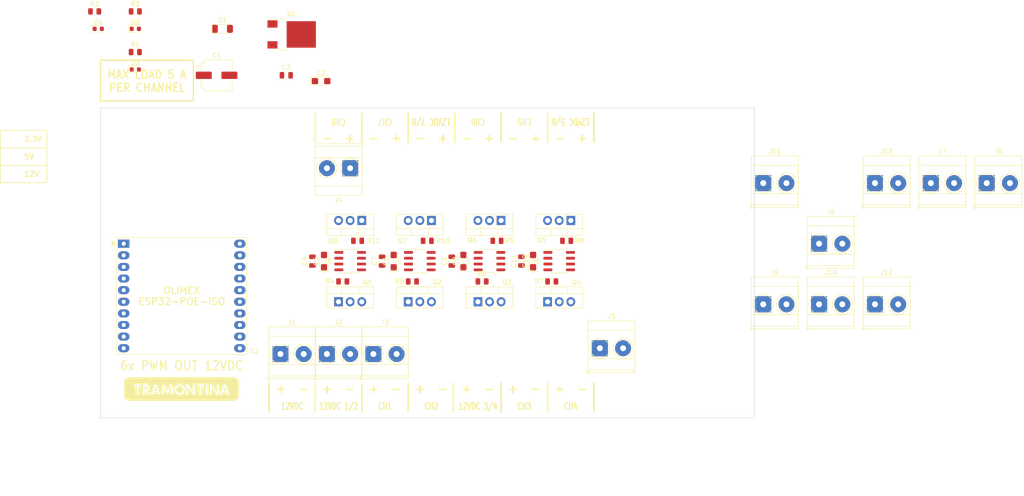
<source format=kicad_pcb>
(kicad_pcb (version 20211014) (generator pcbnew)
  (title_block (title "ESP 6 Relay Module"))
  (layers (0 "F.Cu" signal) (31 "B.Cu" signal) (34 "B.Paste" user) (35 "F.Paste" user) (36 "B.SilkS" user "B.Silkscreen") (37 "F.SilkS" user "F.Silkscreen") (38 "B.Mask" user) (39 "F.Mask" user) (44 "Edge.Cuts" user))
  (net 0 "")
  (net 1 "+12VA")
  (net 2 "GNDREF")
  (net 3 "+5V")
  (net 4 "+12V")
  (net 5 "Net-(D2-Pad2)")
  (net 6 "Net-(D3-Pad2)")
  (net 7 "Net-(D4-Pad2)")
  (net 8 "+VA")
  (net 9 "+VB")
  (net 10 "+VC")
  (net 11 "Net-(Q1-Pad2)")
  (net 12 "Net-(Q1-Pad1)")
  (net 13 "Net-(Q2-Pad1)")
  (net 14 "Net-(Q3-Pad1)")
  (net 15 "Net-(Q4-Pad1)")
  (net 16 "+3V3")
  (net 17 "Net-(Q8-Pad2)")
  (net 20 "Net-(R8-Pad2)")
  (net 21 "Net-(R9-Pad2)")
  (net 25 "+VD")
  (net 26 "Net-(Q2-Pad2)")
  (net 28 "Net-(Q7-Pad2)")
  (net 29 "Net-(Q3-Pad2)")
  (net 37 "Net-(R6-Pad2)")
  (net 38 "Net-(R7-Pad2)")
  (net 41 "Net-(Q6-Pad2)")
  (net 42 "Net-(Q4-Pad2)")
  (net 43 "Net-(Q5-Pad2)")
  (net 44 "Net-(Q5-Pad1)")
  (net 45 "Net-(Q6-Pad1)")
  (net 46 "Net-(Q7-Pad1)")
  (net 47 "Net-(Q8-Pad1)")
  (net 48 "Net-(R10-Pad2)")
  (net 49 "Net-(R11-Pad2)")
  (net 50 "Net-(U2-Pad11)")
  (net 51 "Net-(U2-Pad12)")
  (net 52 "Net-(U2-Pad13)")
  (net 53 "Net-(U2-Pad14)")
  (net 54 "Net-(U2-Pad15)")
  (net 55 "Net-(U2-Pad16)")
  (net 58 "Net-(R4-Pad2)")
  (net 59 "Net-(R5-Pad2)")
  (net 60 "Net-(U2-Pad9)")
  (net 61 "Net-(U2-Pad10)")
  (footprint "Tales:Olimex_ESP32-POE_Pads" (layer "F.Cu") (at 69.85 93.98)
    (fp_text reference "U2" (at 28.575 23.495) (layer "F.SilkS"))
    (fp_text value "Olimex_ESP32-POE")
    (pad "1" thru_hole rect locked (at 0 0) (size 2.5 1.75) (drill 0.9) (layers *.Cu *.Mask) (net 3 "+5V"))
    (pad "2" thru_hole oval locked (at 0 2.54) (size 2.5 1.75) (drill 0.9) (layers *.Cu *.Mask) (net 16 "+3V3"))
    (pad "3" thru_hole oval locked (at 0 5.08) (size 2.5 1.75) (drill 0.9) (layers *.Cu *.Mask) (net 2 "GNDREF"))
    (pad "4" thru_hole oval locked (at 0 7.62) (size 2.5 1.75) (drill 0.9) (layers *.Cu *.Mask))
    (pad "5" thru_hole oval locked (at 0 10.16) (size 2.5 1.75) (drill 0.9) (layers *.Cu *.Mask))
    (pad "6" thru_hole oval locked (at 0 12.7) (size 2.5 1.75) (drill 0.9) (layers *.Cu *.Mask))
    (pad "7" thru_hole oval locked (at 0 15.24) (size 2.5 1.75) (drill 0.9) (layers *.Cu *.Mask))
    (pad "8" thru_hole oval locked (at 0 17.78) (size 2.5 1.75) (drill 0.9) (layers *.Cu *.Mask))
    (pad "9" thru_hole oval locked (at 0 20.32) (size 2.5 1.75) (drill 0.9) (layers *.Cu *.Mask) (net 60 "Net-(U2-Pad9)"))
    (pad "10" thru_hole oval locked (at 0 22.86) (size 2.5 1.75) (drill 0.9) (layers *.Cu *.Mask) (net 61 "Net-(U2-Pad10)"))
    (pad "11" thru_hole oval locked (at 25.4 22.86) (size 2.5 1.75) (drill 0.9) (layers *.Cu *.Mask) (net 50 "Net-(U2-Pad11)"))
    (pad "12" thru_hole oval locked (at 25.4 20.32) (size 2.5 1.75) (drill 0.9) (layers *.Cu *.Mask) (net 51 "Net-(U2-Pad12)"))
    (pad "13" thru_hole oval locked (at 25.4 17.78) (size 2.5 1.75) (drill 0.9) (layers *.Cu *.Mask) (net 52 "Net-(U2-Pad13)"))
    (pad "14" thru_hole oval locked (at 25.4 15.24) (size 2.5 1.75) (drill 0.9) (layers *.Cu *.Mask) (net 53 "Net-(U2-Pad14)"))
    (pad "15" thru_hole oval locked (at 25.4 12.7) (size 2.5 1.75) (drill 0.9) (layers *.Cu *.Mask) (net 54 "Net-(U2-Pad15)"))
    (pad "16" thru_hole oval locked (at 25.4 10.16) (size 2.5 1.75) (drill 0.9) (layers *.Cu *.Mask) (net 55 "Net-(U2-Pad16)"))
    (pad "17" thru_hole oval locked (at 25.4 7.62) (size 2.5 1.75) (drill 0.9) (layers *.Cu *.Mask))
    (pad "18" thru_hole oval locked (at 25.4 5.08) (size 2.5 1.75) (drill 0.9) (layers *.Cu *.Mask))
    (pad "19" thru_hole oval locked (at 25.4 2.54) (size 2.5 1.75) (drill 0.9) (layers *.Cu *.Mask))
    (pad "20" thru_hole oval locked (at 25.4 0) (size 2.5 1.75) (drill 0.9) (layers *.Cu *.Mask))
  )
  (footprint "Tales:Logo_Tramontina_25mm" (layer "F.Cu") (at 82.55 125.73)
    (fp_text reference "REF**" hide)
    (fp_text value "Logo_Tramontina_25mm" hide)
  )
  (footprint "Package_SO:SOIC-8_3.9x4.9mm_P1.27mm" (layer "F.Cu") (at 149.86 97.79)
    (fp_text reference "U5" (at -5.08 0) (layer "F.SilkS"))
    (fp_text value "IR4427")
    (pad "1" smd roundrect (at -2.475 -1.905) (size 1.95 0.6) (layers "F.Cu" "F.Paste" "F.Mask"))
    (pad "2" smd roundrect (at -2.475 -0.635) (size 1.95 0.6) (layers "F.Cu" "F.Paste" "F.Mask") (net 50 "Net-(U2-Pad11)"))
    (pad "3" smd roundrect (at -2.475 0.635) (size 1.95 0.6) (layers "F.Cu" "F.Paste" "F.Mask") (net 2 "GNDREF"))
    (pad "4" smd roundrect (at -2.475 1.905) (size 1.95 0.6) (layers "F.Cu" "F.Paste" "F.Mask") (net 51 "Net-(U2-Pad12)"))
    (pad "5" smd roundrect (at 2.475 1.905) (size 1.95 0.6) (layers "F.Cu" "F.Paste" "F.Mask") (net 37 "Net-(R6-Pad2)"))
    (pad "6" smd roundrect (at 2.475 0.635) (size 1.95 0.6) (layers "F.Cu" "F.Paste" "F.Mask") (net 10 "+VC"))
    (pad "7" smd roundrect (at 2.475 -0.635) (size 1.95 0.6) (layers "F.Cu" "F.Paste" "F.Mask") (net 21 "Net-(R9-Pad2)"))
    (pad "8" smd roundrect (at 2.475 -1.905) (size 1.95 0.6) (layers "F.Cu" "F.Paste" "F.Mask"))
  )
  (footprint "Tales:C_0805_2012Metric" (layer "F.Cu") (at 141.605 97.79 90)
    (fp_text reference "C9" (at 0 -1.68 90) (layer "F.SilkS"))
    (fp_text value "0,1uF/50V/0805")
    (pad "1" smd roundrect locked (at -0.95 0 90) (size 1 1.45) (layers "F.Cu" "F.Paste" "F.Mask") (net 10 "+VC"))
    (pad "2" smd roundrect locked (at 0.95 0 90) (size 1 1.45) (layers "F.Cu" "F.Paste" "F.Mask") (net 2 "GNDREF"))
  )
  (footprint "Tales:LED_0603_1608Metric" (layer "F.Cu") (at 64.2875 46.99)
    (fp_text reference "D4" (at 0 -1.43) (layer "F.SilkS"))
    (fp_text value "GREEN/0603")
    (pad "1" smd roundrect locked (at -0.7875 0) (size 0.875 0.95) (layers "F.Cu" "F.Paste" "F.Mask") (net 2 "GNDREF"))
    (pad "2" smd roundrect locked (at 0.7875 0) (size 0.875 0.95) (layers "F.Cu" "F.Paste" "F.Mask") (net 7 "Net-(D4-Pad2)"))
  )
  (footprint "Package_TO_SOT_THT:TO-220-3_Vertical" (layer "F.Cu") (at 121.92 88.9 180)
    (fp_text reference "Q8" (at 6.35 -4.445) (layer "F.SilkS"))
    (fp_text value "IRLB8721PBF")
    (pad "1" thru_hole rect (at 0 0 180) (size 1.905 2) (drill 1.1) (layers *.Cu *.Mask) (net 47 "Net-(Q8-Pad1)"))
    (pad "2" thru_hole oval (at 2.54 0 180) (size 1.905 2) (drill 1.1) (layers *.Cu *.Mask) (net 17 "Net-(Q8-Pad2)"))
    (pad "3" thru_hole oval (at 5.08 0 180) (size 1.905 2) (drill 1.1) (layers *.Cu *.Mask) (net 2 "GNDREF"))
  )
  (footprint "Tales:TerminalBlock_Phoenix_MKDS-3-2-5.08_1x02_P5.08mm_Horizontal" (layer "F.Cu") (at 173.99 116.84)
    (fp_text reference "J5" (at 2.54 -6.96) (layer "F.SilkS"))
    (fp_text value "Conn_01x02")
    (pad "1" thru_hole rect (at 0 0) (size 3.5 3.5) (drill 1.3) (layers *.Cu *.Mask) (net 9 "+VB"))
    (pad "2" thru_hole circle (at 5.08 0) (size 3.5 3.5) (drill 1.3) (layers *.Cu *.Mask) (net 2 "GNDREF"))
  )
  (footprint "Tales:R_0805_2012Metric" (layer "F.Cu") (at 72.39 43.18)
    (fp_text reference "R3" (at 0 -1.65) (layer "F.SilkS"))
    (fp_text value "270R/0,125W/0805")
    (pad "1" smd roundrect locked (at -0.9125 0) (size 1.025 1.4) (layers "F.Cu" "F.Paste" "F.Mask") (roundrect_rratio 0.243902) (net 16 "+3V3"))
    (pad "2" smd roundrect locked (at 0.9125 0) (size 1.025 1.4) (layers "F.Cu" "F.Paste" "F.Mask") (roundrect_rratio 0.243902) (net 5 "Net-(D2-Pad2)"))
  )
  (footprint "Tales:TerminalBlock_Phoenix_MKDS-3-2-5.08_1x02_P5.08mm_Horizontal" (layer "F.Cu") (at 258.6 80.73)
    (fp_text reference "J8" (at 2.54 -6.96) (layer "F.SilkS"))
    (fp_text value "Conn_01x02")
    (pad "1" thru_hole rect (at 0 0) (size 3.5 3.5) (drill 1.3) (layers *.Cu *.Mask) (net 10 "+VC"))
    (pad "2" thru_hole circle (at 5.08 0) (size 3.5 3.5) (drill 1.3) (layers *.Cu *.Mask) (net 2 "GNDREF"))
  )
  (footprint "Package_SO:SOIC-8_3.9x4.9mm_P1.27mm" (layer "F.Cu") (at 165.1 97.79)
    (fp_text reference "U6" (at -5.08 0) (layer "F.SilkS"))
    (fp_text value "IR4427")
    (pad "1" smd roundrect (at -2.475 -1.905) (size 1.95 0.6) (layers "F.Cu" "F.Paste" "F.Mask"))
    (pad "2" smd roundrect (at -2.475 -0.635) (size 1.95 0.6) (layers "F.Cu" "F.Paste" "F.Mask") (net 61 "Net-(U2-Pad10)"))
    (pad "3" smd roundrect (at -2.475 0.635) (size 1.95 0.6) (layers "F.Cu" "F.Paste" "F.Mask") (net 2 "GNDREF"))
    (pad "4" smd roundrect (at -2.475 1.905) (size 1.95 0.6) (layers "F.Cu" "F.Paste" "F.Mask") (net 60 "Net-(U2-Pad9)"))
    (pad "5" smd roundrect (at 2.475 1.905) (size 1.95 0.6) (layers "F.Cu" "F.Paste" "F.Mask") (net 38 "Net-(R7-Pad2)"))
    (pad "6" smd roundrect (at 2.475 0.635) (size 1.95 0.6) (layers "F.Cu" "F.Paste" "F.Mask") (net 25 "+VD"))
    (pad "7" smd roundrect (at 2.475 -0.635) (size 1.95 0.6) (layers "F.Cu" "F.Paste" "F.Mask") (net 20 "Net-(R8-Pad2)"))
    (pad "8" smd roundrect (at 2.475 -1.905) (size 1.95 0.6) (layers "F.Cu" "F.Paste" "F.Mask"))
  )
  (footprint "Tales:R_0805_2012Metric" (layer "F.Cu") (at 121.0075 93.345 180)
    (fp_text reference "R11" (at -3.4525 0) (layer "F.SilkS"))
    (fp_text value "0R/0,125W/0805")
    (pad "1" smd roundrect locked (at -0.9125 0 180) (size 1.025 1.4) (layers "F.Cu" "F.Paste" "F.Mask") (roundrect_rratio 0.243902) (net 47 "Net-(Q8-Pad1)"))
    (pad "2" smd roundrect locked (at 0.9125 0 180) (size 1.025 1.4) (layers "F.Cu" "F.Paste" "F.Mask") (roundrect_rratio 0.243902) (net 49 "Net-(R11-Pad2)"))
  )
  (footprint "Tales:C_0805_2012Metric" (layer "F.Cu") (at 111.125 97.79 90)
    (fp_text reference "C4" (at 0 -1.68 90) (layer "F.SilkS"))
    (fp_text value "0,1uF/50V/0805")
    (pad "1" smd roundrect locked (at -0.95 0 90) (size 1 1.45) (layers "F.Cu" "F.Paste" "F.Mask") (net 8 "+VA"))
    (pad "2" smd roundrect locked (at 0.95 0 90) (size 1 1.45) (layers "F.Cu" "F.Paste" "F.Mask") (net 2 "GNDREF"))
  )
  (footprint "Package_TO_SOT_THT:TO-220-3_Vertical" (layer "F.Cu") (at 116.84 106.68)
    (fp_text reference "Q1" (at 6.35 -4.27) (layer "F.SilkS"))
    (fp_text value "IRLB8721PBF")
    (pad "1" thru_hole rect (at 0 0) (size 1.905 2) (drill 1.1) (layers *.Cu *.Mask) (net 12 "Net-(Q1-Pad1)"))
    (pad "2" thru_hole oval (at 2.54 0) (size 1.905 2) (drill 1.1) (layers *.Cu *.Mask) (net 11 "Net-(Q1-Pad2)"))
    (pad "3" thru_hole oval (at 5.08 0) (size 1.905 2) (drill 1.1) (layers *.Cu *.Mask) (net 2 "GNDREF"))
  )
  (footprint "Tales:TO-252-2" (layer "F.Cu") (at 106.59 48.21)
    (fp_text reference "U1" (at 0 -4.5) (layer "F.SilkS"))
    (fp_text value "L78M05")
    (pad "1" smd rect locked (at -4.2 -2.28) (size 2.2 1.6) (layers "F.Cu" "F.Paste" "F.Mask") (net 1 "+12VA"))
    (pad "2" smd rect locked (at 2.1 0) (size 6.4 5.8) (layers "F.Cu" "F.Mask") (net 2 "GNDREF"))
    (pad "3" smd rect locked (at -4.2 2.28) (size 2.2 1.6) (layers "F.Cu" "F.Paste" "F.Mask") (net 3 "+5V"))
  )
  (footprint "Package_SO:SOIC-8_3.9x4.9mm_P1.27mm" (layer "F.Cu") (at 119.38 97.79)
    (fp_text reference "U3" (at -5.08 0) (layer "F.SilkS"))
    (fp_text value "IR4427")
    (pad "1" smd roundrect (at -2.475 -1.905) (size 1.95 0.6) (layers "F.Cu" "F.Paste" "F.Mask"))
    (pad "2" smd roundrect (at -2.475 -0.635) (size 1.95 0.6) (layers "F.Cu" "F.Paste" "F.Mask") (net 54 "Net-(U2-Pad15)"))
    (pad "3" smd roundrect (at -2.475 0.635) (size 1.95 0.6) (layers "F.Cu" "F.Paste" "F.Mask") (net 2 "GNDREF"))
    (pad "4" smd roundrect (at -2.475 1.905) (size 1.95 0.6) (layers "F.Cu" "F.Paste" "F.Mask") (net 55 "Net-(U2-Pad16)"))
    (pad "5" smd roundrect (at 2.475 1.905) (size 1.95 0.6) (layers "F.Cu" "F.Paste" "F.Mask") (net 58 "Net-(R4-Pad2)"))
    (pad "6" smd roundrect (at 2.475 0.635) (size 1.95 0.6) (layers "F.Cu" "F.Paste" "F.Mask") (net 8 "+VA"))
    (pad "7" smd roundrect (at 2.475 -0.635) (size 1.95 0.6) (layers "F.Cu" "F.Paste" "F.Mask") (net 49 "Net-(R11-Pad2)"))
    (pad "8" smd roundrect (at 2.475 -1.905) (size 1.95 0.6) (layers "F.Cu" "F.Paste" "F.Mask"))
  )
  (footprint "Tales:CP_EIA-3216-18_Kemet-A" (layer "F.Cu") (at 128.905 97.79 90)
    (fp_text reference "C6" (at 0 -1.75 90) (layer "F.SilkS"))
    (fp_text value "1uF 35V")
    (pad "1" smd roundrect (at -1.35 0 90) (size 1.4 1.35) (layers "F.Cu" "F.Paste" "F.Mask") (roundrect_rratio 0.185185) (net 9 "+VB"))
    (pad "2" smd roundrect (at 1.35 0 90) (size 1.4 1.35) (layers "F.Cu" "F.Paste" "F.Mask") (roundrect_rratio 0.185185) (net 2 "GNDREF"))
  )
  (footprint "Tales:TerminalBlock_Phoenix_MKDS-3-2-5.08_1x02_P5.08mm_Horizontal" (layer "F.Cu") (at 114.3 118.11)
    (fp_text reference "J2" (at 2.54 -6.96) (layer "F.SilkS"))
    (fp_text value "Conn_01x02")
    (pad "1" thru_hole rect (at 0 0) (size 3.5 3.5) (drill 1.3) (layers *.Cu *.Mask) (net 8 "+VA"))
    (pad "2" thru_hole circle (at 5.08 0) (size 3.5 3.5) (drill 1.3) (layers *.Cu *.Mask) (net 2 "GNDREF"))
  )
  (footprint "Tales:TerminalBlock_Phoenix_MKDS-3-2-5.08_1x02_P5.08mm_Horizontal" (layer "F.Cu") (at 234.16 107.23)
    (fp_text reference "J12" (at 2.54 -6.96) (layer "F.SilkS"))
    (fp_text value "Conn_01x02")
    (pad "1" thru_hole rect (at 0 0) (size 3.5 3.5) (drill 1.3) (layers *.Cu *.Mask) (net 25 "+VD"))
    (pad "2" thru_hole circle (at 5.08 0) (size 3.5 3.5) (drill 1.3) (layers *.Cu *.Mask) (net 42 "Net-(Q4-Pad2)"))
  )
  (footprint "Tales:TerminalBlock_Phoenix_MKDS-3-2-5.08_1x02_P5.08mm_Horizontal" (layer "F.Cu") (at 209.72 80.73)
    (fp_text reference "J11" (at 2.54 -6.96) (layer "F.SilkS"))
    (fp_text value "Conn_01x02")
    (pad "1" thru_hole rect (at 0 0) (size 3.5 3.5) (drill 1.3) (layers *.Cu *.Mask) (net 25 "+VD"))
    (pad "2" thru_hole circle (at 5.08 0) (size 3.5 3.5) (drill 1.3) (layers *.Cu *.Mask) (net 2 "GNDREF"))
  )
  (footprint "Tales:R_0805_2012Metric" (layer "F.Cu") (at 132.9925 102.235)
    (fp_text reference "R5" (at -2.8175 0) (layer "F.SilkS"))
    (fp_text value "0R/0,125W/0805")
    (pad "1" smd roundrect locked (at -0.9125 0) (size 1.025 1.4) (layers "F.Cu" "F.Paste" "F.Mask") (roundrect_rratio 0.243902) (net 13 "Net-(Q2-Pad1)"))
    (pad "2" smd roundrect locked (at 0.9125 0) (size 1.025 1.4) (layers "F.Cu" "F.Paste" "F.Mask") (roundrect_rratio 0.243902) (net 59 "Net-(R5-Pad2)"))
  )
  (footprint "Package_TO_SOT_THT:TO-220-3_Vertical" (layer "F.Cu") (at 162.56 106.68)
    (fp_text reference "Q4" (at 6.35 -4.27) (layer "F.SilkS"))
    (fp_text value "IRLB8721PBF")
    (pad "1" thru_hole rect (at 0 0) (size 1.905 2) (drill 1.1) (layers *.Cu *.Mask) (net 15 "Net-(Q4-Pad1)"))
    (pad "2" thru_hole oval (at 2.54 0) (size 1.905 2) (drill 1.1) (layers *.Cu *.Mask) (net 42 "Net-(Q4-Pad2)"))
    (pad "3" thru_hole oval (at 5.08 0) (size 1.905 2) (drill 1.1) (layers *.Cu *.Mask) (net 2 "GNDREF"))
  )
  (footprint "Tales:R_0805_2012Metric" (layer "F.Cu") (at 63.5 43.18)
    (fp_text reference "R2" (at 0 -1.65) (layer "F.SilkS"))
    (fp_text value "680R/0,125W/0805")
    (pad "1" smd roundrect locked (at -0.9125 0) (size 1.025 1.4) (layers "F.Cu" "F.Paste" "F.Mask") (roundrect_rratio 0.243902) (net 3 "+5V"))
    (pad "2" smd roundrect locked (at 0.9125 0) (size 1.025 1.4) (layers "F.Cu" "F.Paste" "F.Mask") (roundrect_rratio 0.243902) (net 7 "Net-(D4-Pad2)"))
  )
  (footprint "Package_TO_SOT_THT:TO-220-3_Vertical" (layer "F.Cu") (at 137.16 88.9 180)
    (fp_text reference "Q7" (at 6.35 -4.445) (layer "F.SilkS"))
    (fp_text value "IRLB8721PBF")
    (pad "1" thru_hole rect (at 0 0 180) (size 1.905 2) (drill 1.1) (layers *.Cu *.Mask) (net 46 "Net-(Q7-Pad1)"))
    (pad "2" thru_hole oval (at 2.54 0 180) (size 1.905 2) (drill 1.1) (layers *.Cu *.Mask) (net 28 "Net-(Q7-Pad2)"))
    (pad "3" thru_hole oval (at 5.08 0 180) (size 1.905 2) (drill 1.1) (layers *.Cu *.Mask) (net 2 "GNDREF"))
  )
  (footprint "Tales:TerminalBlock_Phoenix_MKDS-3-2-5.08_1x02_P5.08mm_Horizontal" (layer "F.Cu") (at 246.38 80.73)
    (fp_text reference "J7" (at 2.54 -6.96) (layer "F.SilkS"))
    (fp_text value "Conn_01x02")
    (pad "1" thru_hole rect (at 0 0) (size 3.5 3.5) (drill 1.3) (layers *.Cu *.Mask) (net 9 "+VB"))
    (pad "2" thru_hole circle (at 5.08 0) (size 3.5 3.5) (drill 1.3) (layers *.Cu *.Mask) (net 28 "Net-(Q7-Pad2)"))
  )
  (footprint "Tales:R_0805_2012Metric" (layer "F.Cu") (at 163.4725 102.235)
    (fp_text reference "R7" (at -2.8175 0) (layer "F.SilkS"))
    (fp_text value "0R/0,125W/0805")
    (pad "1" smd roundrect locked (at -0.9125 0) (size 1.025 1.4) (layers "F.Cu" "F.Paste" "F.Mask") (roundrect_rratio 0.243902) (net 15 "Net-(Q4-Pad1)"))
    (pad "2" smd roundrect locked (at 0.9125 0) (size 1.025 1.4) (layers "F.Cu" "F.Paste" "F.Mask") (roundrect_rratio 0.243902) (net 38 "Net-(R7-Pad2)"))
  )
  (footprint "Tales:C_0805_2012Metric" (layer "F.Cu") (at 126.365 97.79 90)
    (fp_text reference "C7" (at 0 -1.68 90) (layer "F.SilkS"))
    (fp_text value "0,1uF/50V/0805")
    (pad "1" smd roundrect locked (at -0.95 0 90) (size 1 1.45) (layers "F.Cu" "F.Paste" "F.Mask") (net 9 "+VB"))
    (pad "2" smd roundrect locked (at 0.95 0 90) (size 1 1.45) (layers "F.Cu" "F.Paste" "F.Mask") (net 2 "GNDREF"))
  )
  (footprint "Tales:CP_EIA-3216-18_Kemet-A" (layer "F.Cu") (at 159.385 97.79 90)
    (fp_text reference "C10" (at 0 -1.75 90) (layer "F.SilkS"))
    (fp_text value "1uF 35V")
    (pad "1" smd roundrect (at -1.35 0 90) (size 1.4 1.35) (layers "F.Cu" "F.Paste" "F.Mask") (roundrect_rratio 0.185185) (net 25 "+VD"))
    (pad "2" smd roundrect (at 1.35 0 90) (size 1.4 1.35) (layers "F.Cu" "F.Paste" "F.Mask") (roundrect_rratio 0.185185) (net 2 "GNDREF"))
  )
  (footprint "Package_TO_SOT_THT:TO-220-3_Vertical" (layer "F.Cu") (at 132.08 106.68)
    (fp_text reference "Q2" (at 6.35 -4.27) (layer "F.SilkS"))
    (fp_text value "IRLB8721PBF")
    (pad "1" thru_hole rect (at 0 0) (size 1.905 2) (drill 1.1) (layers *.Cu *.Mask) (net 13 "Net-(Q2-Pad1)"))
    (pad "2" thru_hole oval (at 2.54 0) (size 1.905 2) (drill 1.1) (layers *.Cu *.Mask) (net 26 "Net-(Q2-Pad2)"))
    (pad "3" thru_hole oval (at 5.08 0) (size 1.905 2) (drill 1.1) (layers *.Cu *.Mask) (net 2 "GNDREF"))
  )
  (footprint "Tales:LED_0603_1608Metric" (layer "F.Cu") (at 72.39 55.88)
    (fp_text reference "D3" (at 0 -1.43) (layer "F.SilkS"))
    (fp_text value "GREEN/0603")
    (pad "1" smd roundrect locked (at -0.7875 0) (size 0.875 0.95) (layers "F.Cu" "F.Paste" "F.Mask") (net 2 "GNDREF"))
    (pad "2" smd roundrect locked (at 0.7875 0) (size 0.875 0.95) (layers "F.Cu" "F.Paste" "F.Mask") (net 6 "Net-(D3-Pad2)"))
  )
  (footprint "Tales:R_0805_2012Metric" (layer "F.Cu") (at 136.2475 93.345 180)
    (fp_text reference "R10" (at -3.4525 0) (layer "F.SilkS"))
    (fp_text value "0R/0,125W/0805")
    (pad "1" smd roundrect locked (at -0.9125 0 180) (size 1.025 1.4) (layers "F.Cu" "F.Paste" "F.Mask") (roundrect_rratio 0.243902) (net 46 "Net-(Q7-Pad1)"))
    (pad "2" smd roundrect locked (at 0.9125 0 180) (size 1.025 1.4) (layers "F.Cu" "F.Paste" "F.Mask") (roundrect_rratio 0.243902) (net 48 "Net-(R10-Pad2)"))
  )
  (footprint "Tales:R_0805_2012Metric" (layer "F.Cu") (at 148.2325 102.235)
    (fp_text reference "R6" (at 0 -1.65) (layer "F.SilkS"))
    (fp_text value "0R/0,125W/0805")
    (pad "1" smd roundrect locked (at -0.9125 0) (size 1.025 1.4) (layers "F.Cu" "F.Paste" "F.Mask") (roundrect_rratio 0.243902) (net 14 "Net-(Q3-Pad1)"))
    (pad "2" smd roundrect locked (at 0.9125 0) (size 1.025 1.4) (layers "F.Cu" "F.Paste" "F.Mask") (roundrect_rratio 0.243902) (net 37 "Net-(R6-Pad2)"))
  )
  (footprint "Tales:CP_Elec_6.3x5.4" (layer "F.Cu") (at 90.17 57.15)
    (fp_text reference "C1" (at 0 -4.35) (layer "F.SilkS"))
    (fp_text value "47uF/35V/6,3x5,4")
    (pad "1" smd roundrect (at -2.8 0) (size 3.5 1.6) (layers "F.Cu" "F.Paste" "F.Mask") (roundrect_rratio 0.15625) (net 1 "+12VA"))
    (pad "2" smd roundrect (at 2.8 0) (size 3.5 1.6) (layers "F.Cu" "F.Paste" "F.Mask") (roundrect_rratio 0.15625) (net 2 "GNDREF"))
  )
  (footprint "Tales:CP_EIA-3216-18_Kemet-A" (layer "F.Cu") (at 113.03 58.42)
    (fp_text reference "C2" (at 0 -1.75) (layer "F.SilkS"))
    (fp_text value "0,33uF/35V")
    (pad "1" smd roundrect (at -1.35 0) (size 1.4 1.35) (layers "F.Cu" "F.Paste" "F.Mask") (roundrect_rratio 0.185185) (net 1 "+12VA"))
    (pad "2" smd roundrect (at 1.35 0) (size 1.4 1.35) (layers "F.Cu" "F.Paste" "F.Mask") (roundrect_rratio 0.185185) (net 2 "GNDREF"))
  )
  (footprint "Tales:CP_EIA-3216-18_Kemet-A" (layer "F.Cu") (at 113.665 97.79 90)
    (fp_text reference "C5" (at 0 -1.75 90) (layer "F.SilkS"))
    (fp_text value "1uF 35V")
    (pad "1" smd roundrect (at -1.35 0 90) (size 1.4 1.35) (layers "F.Cu" "F.Paste" "F.Mask") (roundrect_rratio 0.185185) (net 8 "+VA"))
    (pad "2" smd roundrect (at 1.35 0 90) (size 1.4 1.35) (layers "F.Cu" "F.Paste" "F.Mask") (roundrect_rratio 0.185185) (net 2 "GNDREF"))
  )
  (footprint "Package_SO:SOIC-8_3.9x4.9mm_P1.27mm" (layer "F.Cu") (at 134.62 97.79)
    (fp_text reference "U4" (at -5.08 0) (layer "F.SilkS"))
    (fp_text value "IR4427")
    (pad "1" smd roundrect (at -2.475 -1.905) (size 1.95 0.6) (layers "F.Cu" "F.Paste" "F.Mask"))
    (pad "2" smd roundrect (at -2.475 -0.635) (size 1.95 0.6) (layers "F.Cu" "F.Paste" "F.Mask") (net 52 "Net-(U2-Pad13)"))
    (pad "3" smd roundrect (at -2.475 0.635) (size 1.95 0.6) (layers "F.Cu" "F.Paste" "F.Mask") (net 2 "GNDREF"))
    (pad "4" smd roundrect (at -2.475 1.905) (size 1.95 0.6) (layers "F.Cu" "F.Paste" "F.Mask") (net 53 "Net-(U2-Pad14)"))
    (pad "5" smd roundrect (at 2.475 1.905) (size 1.95 0.6) (layers "F.Cu" "F.Paste" "F.Mask") (net 59 "Net-(R5-Pad2)"))
    (pad "6" smd roundrect (at 2.475 0.635) (size 1.95 0.6) (layers "F.Cu" "F.Paste" "F.Mask") (net 9 "+VB"))
    (pad "7" smd roundrect (at 2.475 -0.635) (size 1.95 0.6) (layers "F.Cu" "F.Paste" "F.Mask") (net 48 "Net-(R10-Pad2)"))
    (pad "8" smd roundrect (at 2.475 -1.905) (size 1.95 0.6) (layers "F.Cu" "F.Paste" "F.Mask"))
  )
  (footprint "Tales:TerminalBlock_Phoenix_MKDS-3-2-5.08_1x02_P5.08mm_Horizontal" (layer "F.Cu") (at 234.16 80.73)
    (fp_text reference "J13" (at 2.54 -6.96) (layer "F.SilkS"))
    (fp_text value "Conn_01x02")
    (pad "1" thru_hole rect (at 0 0) (size 3.5 3.5) (drill 1.3) (layers *.Cu *.Mask) (net 25 "+VD"))
    (pad "2" thru_hole circle (at 5.08 0) (size 3.5 3.5) (drill 1.3) (layers *.Cu *.Mask) (net 43 "Net-(Q5-Pad2)"))
  )
  (footprint "Tales:D_SOD-123" (layer "F.Cu") (at 91.44 46.99)
    (fp_text reference "D1" (at 0 -2) (layer "F.SilkS"))
    (fp_text value "SM4007PL/SOD-123")
    (pad "1" smd roundrect locked (at -1.65 0) (size 1.3 1.75) (layers "F.Cu" "F.Paste" "F.Mask") (net 1 "+12VA"))
    (pad "2" smd roundrect locked (at 1.65 0) (size 1.3 1.75) (layers "F.Cu" "F.Paste" "F.Mask") (net 4 "+12V"))
  )
  (footprint "Tales:LED_0603_1608Metric" (layer "F.Cu") (at 72.39 46.99)
    (fp_text reference "D2" (at 0 -1.43) (layer "F.SilkS"))
    (fp_text value "GREEN/0603")
    (pad "1" smd roundrect locked (at -0.7875 0) (size 0.875 0.95) (layers "F.Cu" "F.Paste" "F.Mask") (net 2 "GNDREF"))
    (pad "2" smd roundrect locked (at 0.7875 0) (size 0.875 0.95) (layers "F.Cu" "F.Paste" "F.Mask") (net 5 "Net-(D2-Pad2)"))
  )
  (footprint "Tales:C_0805_2012Metric" (layer "F.Cu") (at 156.845 97.79 90)
    (fp_text reference "C11" (at 0 -1.68 90) (layer "F.SilkS"))
    (fp_text value "0,1uF/50V/0805")
    (pad "1" smd roundrect locked (at -0.95 0 90) (size 1 1.45) (layers "F.Cu" "F.Paste" "F.Mask") (net 25 "+VD"))
    (pad "2" smd roundrect locked (at 0.95 0 90) (size 1 1.45) (layers "F.Cu" "F.Paste" "F.Mask") (net 2 "GNDREF"))
  )
  (footprint "Tales:TerminalBlock_Phoenix_MKDS-3-2-5.08_1x02_P5.08mm_Horizontal" (layer "F.Cu") (at 209.72 107.23)
    (fp_text reference "J9" (at 2.54 -6.96) (layer "F.SilkS"))
    (fp_text value "Conn_01x02")
    (pad "1" thru_hole rect (at 0 0) (size 3.5 3.5) (drill 1.3) (layers *.Cu *.Mask) (net 10 "+VC"))
    (pad "2" thru_hole circle (at 5.08 0) (size 3.5 3.5) (drill 1.3) (layers *.Cu *.Mask) (net 29 "Net-(Q3-Pad2)"))
  )
  (footprint "Package_TO_SOT_THT:TO-220-3_Vertical" (layer "F.Cu") (at 147.32 106.68)
    (fp_text reference "Q3" (at 6.35 -4.27) (layer "F.SilkS"))
    (fp_text value "IRLB8721PBF")
    (pad "1" thru_hole rect (at 0 0) (size 1.905 2) (drill 1.1) (layers *.Cu *.Mask) (net 14 "Net-(Q3-Pad1)"))
    (pad "2" thru_hole oval (at 2.54 0) (size 1.905 2) (drill 1.1) (layers *.Cu *.Mask) (net 29 "Net-(Q3-Pad2)"))
    (pad "3" thru_hole oval (at 5.08 0) (size 1.905 2) (drill 1.1) (layers *.Cu *.Mask) (net 2 "GNDREF"))
  )
  (footprint "Tales:CP_EIA-3216-18_Kemet-A" (layer "F.Cu") (at 144.145 97.79 90)
    (fp_text reference "C8" (at 0 -1.75 90) (layer "F.SilkS"))
    (fp_text value "1uF 35V")
    (pad "1" smd roundrect (at -1.35 0 90) (size 1.4 1.35) (layers "F.Cu" "F.Paste" "F.Mask") (roundrect_rratio 0.185185) (net 10 "+VC"))
    (pad "2" smd roundrect (at 1.35 0 90) (size 1.4 1.35) (layers "F.Cu" "F.Paste" "F.Mask") (roundrect_rratio 0.185185) (net 2 "GNDREF"))
  )
  (footprint "Tales:C_0805_2012Metric" (layer "F.Cu") (at 105.41 57.15)
    (fp_text reference "C3" (at 0 -1.68) (layer "F.SilkS"))
    (fp_text value "0,1uF/50V/0805")
    (pad "1" smd roundrect locked (at -0.95 0) (size 1 1.45) (layers "F.Cu" "F.Paste" "F.Mask") (net 3 "+5V"))
    (pad "2" smd roundrect locked (at 0.95 0) (size 1 1.45) (layers "F.Cu" "F.Paste" "F.Mask") (net 2 "GNDREF"))
  )
  (footprint "Tales:TerminalBlock_Phoenix_MKDS-3-2-5.08_1x02_P5.08mm_Horizontal" (layer "F.Cu") (at 119.38 77.47 180)
    (fp_text reference "J4" (at 2.54 -6.96) (layer "F.SilkS"))
    (fp_text value "Conn_01x02")
    (pad "1" thru_hole rect (at 0 0 180) (size 3.5 3.5) (drill 1.3) (layers *.Cu *.Mask) (net 8 "+VA"))
    (pad "2" thru_hole circle (at 5.08 0 180) (size 3.5 3.5) (drill 1.3) (layers *.Cu *.Mask) (net 17 "Net-(Q8-Pad2)"))
  )
  (footprint "Tales:R_0805_2012Metric" (layer "F.Cu") (at 117.7525 102.235)
    (fp_text reference "R4" (at -2.8175 0) (layer "F.SilkS"))
    (fp_text value "0R/0,125W/0805")
    (pad "1" smd roundrect locked (at -0.9125 0) (size 1.025 1.4) (layers "F.Cu" "F.Paste" "F.Mask") (roundrect_rratio 0.243902) (net 12 "Net-(Q1-Pad1)"))
    (pad "2" smd roundrect locked (at 0.9125 0) (size 1.025 1.4) (layers "F.Cu" "F.Paste" "F.Mask") (roundrect_rratio 0.243902) (net 58 "Net-(R4-Pad2)"))
  )
  (footprint "Tales:TerminalBlock_Phoenix_MKDS-3-2-5.08_1x02_P5.08mm_Horizontal" (layer "F.Cu") (at 221.94 93.98)
    (fp_text reference "J6" (at 2.54 -6.96) (layer "F.SilkS"))
    (fp_text value "Conn_01x02")
    (pad "1" thru_hole rect (at 0 0) (size 3.5 3.5) (drill 1.3) (layers *.Cu *.Mask) (net 9 "+VB"))
    (pad "2" thru_hole circle (at 5.08 0) (size 3.5 3.5) (drill 1.3) (layers *.Cu *.Mask) (net 26 "Net-(Q2-Pad2)"))
  )
  (footprint "Package_TO_SOT_THT:TO-220-3_Vertical" (layer "F.Cu") (at 152.4 88.9 180)
    (fp_text reference "Q6" (at 6.35 -4.27) (layer "F.SilkS"))
    (fp_text value "IRLB8721PBF")
    (pad "1" thru_hole rect (at 0 0 180) (size 1.905 2) (drill 1.1) (layers *.Cu *.Mask) (net 45 "Net-(Q6-Pad1)"))
    (pad "2" thru_hole oval (at 2.54 0 180) (size 1.905 2) (drill 1.1) (layers *.Cu *.Mask) (net 41 "Net-(Q6-Pad2)"))
    (pad "3" thru_hole oval (at 5.08 0 180) (size 1.905 2) (drill 1.1) (layers *.Cu *.Mask) (net 2 "GNDREF"))
  )
  (footprint "Package_TO_SOT_THT:TO-220-3_Vertical" (layer "F.Cu") (at 167.64 88.9 180)
    (fp_text reference "Q5" (at 6.35 -4.27) (layer "F.SilkS"))
    (fp_text value "IRLB8721PBF")
    (pad "1" thru_hole rect (at 0 0 180) (size 1.905 2) (drill 1.1) (layers *.Cu *.Mask) (net 44 "Net-(Q5-Pad1)"))
    (pad "2" thru_hole oval (at 2.54 0 180) (size 1.905 2) (drill 1.1) (layers *.Cu *.Mask) (net 43 "Net-(Q5-Pad2)"))
    (pad "3" thru_hole oval (at 5.08 0 180) (size 1.905 2) (drill 1.1) (layers *.Cu *.Mask) (net 2 "GNDREF"))
  )
  (footprint "Tales:TerminalBlock_Phoenix_MKDS-3-2-5.08_1x02_P5.08mm_Horizontal" (layer "F.Cu") (at 124.46 118.11)
    (fp_text reference "J3" (at 2.54 -6.96) (layer "F.SilkS"))
    (fp_text value "Conn_01x02")
    (pad "1" thru_hole rect (at 0 0) (size 3.5 3.5) (drill 1.3) (layers *.Cu *.Mask) (net 8 "+VA"))
    (pad "2" thru_hole circle (at 5.08 0) (size 3.5 3.5) (drill 1.3) (layers *.Cu *.Mask) (net 11 "Net-(Q1-Pad2)"))
  )
  (footprint "Tales:R_0805_2012Metric" (layer "F.Cu") (at 72.39 52.07)
    (fp_text reference "R1" (at 0 -1.65) (layer "F.SilkS"))
    (fp_text value "2k2/0,125W/0805")
    (pad "1" smd roundrect locked (at -0.9125 0) (size 1.025 1.4) (layers "F.Cu" "F.Paste" "F.Mask") (roundrect_rratio 0.243902) (net 1 "+12VA"))
    (pad "2" smd roundrect locked (at 0.9125 0) (size 1.025 1.4) (layers "F.Cu" "F.Paste" "F.Mask") (roundrect_rratio 0.243902) (net 6 "Net-(D3-Pad2)"))
  )
  (footprint "Tales:R_0805_2012Metric" (layer "F.Cu") (at 151.4875 93.345 180)
    (fp_text reference "R9" (at -2.8175 0) (layer "F.SilkS"))
    (fp_text value "0R/0,125W/0805")
    (pad "1" smd roundrect locked (at -0.9125 0 180) (size 1.025 1.4) (layers "F.Cu" "F.Paste" "F.Mask") (roundrect_rratio 0.243902) (net 45 "Net-(Q6-Pad1)"))
    (pad "2" smd roundrect locked (at 0.9125 0 180) (size 1.025 1.4) (layers "F.Cu" "F.Paste" "F.Mask") (roundrect_rratio 0.243902) (net 21 "Net-(R9-Pad2)"))
  )
  (footprint "Tales:TerminalBlock_Phoenix_MKDS-3-2-5.08_1x02_P5.08mm_Horizontal" (layer "F.Cu") (at 221.94 107.23)
    (fp_text reference "J10" (at 2.54 -6.96) (layer "F.SilkS"))
    (fp_text value "Conn_01x02")
    (pad "1" thru_hole rect (at 0 0) (size 3.5 3.5) (drill 1.3) (layers *.Cu *.Mask) (net 10 "+VC"))
    (pad "2" thru_hole circle (at 5.08 0) (size 3.5 3.5) (drill 1.3) (layers *.Cu *.Mask) (net 41 "Net-(Q6-Pad2)"))
  )
  (footprint "Tales:R_0805_2012Metric" (layer "F.Cu") (at 166.7275 93.345 180)
    (fp_text reference "R8" (at -2.8175 0) (layer "F.SilkS"))
    (fp_text value "0R/0,125W/0805")
    (pad "1" smd roundrect locked (at -0.9125 0 180) (size 1.025 1.4) (layers "F.Cu" "F.Paste" "F.Mask") (roundrect_rratio 0.243902) (net 44 "Net-(Q5-Pad1)"))
    (pad "2" smd roundrect locked (at 0.9125 0 180) (size 1.025 1.4) (layers "F.Cu" "F.Paste" "F.Mask") (roundrect_rratio 0.243902) (net 20 "Net-(R8-Pad2)"))
  )
  (footprint "Tales:TerminalBlock_Phoenix_MKDS-3-2-5.08_1x02_P5.08mm_Horizontal" (layer "F.Cu") (at 104.14 118.11)
    (fp_text reference "J1" (at 2.54 -6.96) (layer "F.SilkS"))
    (fp_text value "12VDC")
    (pad "1" thru_hole rect (at 0 0) (size 3.5 3.5) (drill 1.3) (layers *.Cu *.Mask) (net 4 "+12V"))
    (pad "2" thru_hole circle (at 5.08 0) (size 3.5 3.5) (drill 1.3) (layers *.Cu *.Mask) (net 2 "GNDREF"))
  )
  (gr_line (start 42.875 73.025) (end 53.035 73.025) (layer "F.SilkS") (width 0.15))
  (gr_line (start 53.035 80.645) (end 53.035 69.215) (layer "F.SilkS") (width 0.15))
  (gr_line (start 42.875 80.645) (end 53.035 80.645) (layer "F.SilkS") (width 0.15))
  (gr_line (start 53.035 69.215) (end 42.875 69.215) (layer "F.SilkS") (width 0.15))
  (gr_line (start 42.875 76.835) (end 53.035 76.835) (layer "F.SilkS") (width 0.15))
  (gr_line (start 42.875 69.215) (end 42.875 80.645) (layer "F.SilkS") (width 0.15))
  (gr_line (start 64.77 62.738) (end 64.77 53.848) (layer "F.SilkS") (width 0.3))
  (gr_line (start 85.09 53.848) (end 85.09 62.738) (layer "F.SilkS") (width 0.3))
  (gr_line (start 162.56 65.405) (end 162.56 71.755) (layer "F.SilkS") (width 0.35))
  (gr_line (start 152.4 65.405) (end 152.4 71.755) (layer "F.SilkS") (width 0.35))
  (gr_line (start 132.08 124.46) (end 132.08 130.81) (layer "F.SilkS") (width 0.35))
  (gr_line (start 132.08 65.405) (end 132.08 71.755) (layer "F.SilkS") (width 0.35))
  (gr_line (start 111.76 124.46) (end 111.76 130.81) (layer "F.SilkS") (width 0.35))
  (gr_line (start 162.56 124.46) (end 162.56 130.81) (layer "F.SilkS") (width 0.35))
  (gr_line (start 111.76 65.405) (end 111.76 71.755) (layer "F.SilkS") (width 0.35))
  (gr_line (start 64.77 53.848) (end 85.09 53.848) (layer "F.SilkS") (width 0.3))
  (gr_line (start 152.4 124.46) (end 152.4 130.81) (layer "F.SilkS") (width 0.35))
  (gr_line (start 85.09 62.738) (end 64.77 62.738) (layer "F.SilkS") (width 0.3))
  (gr_line (start 141.94 124.46) (end 141.94 130.81) (layer "F.SilkS") (width 0.35))
  (gr_line (start 121.92 65.405) (end 121.92 71.755) (layer "F.SilkS") (width 0.35))
  (gr_line (start 172.72 124.46) (end 172.72 130.81) (layer "F.SilkS") (width 0.35))
  (gr_line (start 121.92 124.46) (end 121.92 130.81) (layer "F.SilkS") (width 0.35))
  (gr_line (start 172.72 65.405) (end 172.72 71.755) (layer "F.SilkS") (width 0.35))
  (gr_line (start 101.6 124.46) (end 101.6 130.81) (layer "F.SilkS") (width 0.35))
  (gr_line (start 142.24 65.405) (end 142.24 71.755) (layer "F.SilkS") (width 0.35))
  (gr_line (start 64.77 132.08) (end 207.77 132.08) (layer "Edge.Cuts") (width 0.1))
  (gr_line (start 207.77 64.28) (end 64.77 64.28) (layer "Edge.Cuts") (width 0.1))
  (gr_line (start 207.77 132.08) (end 207.77 64.28) (layer "Edge.Cuts") (width 0.1))
  (gr_line (start 64.77 64.28) (end 64.77 132.08) (layer "Edge.Cuts") (width 0.1))
  (gr_text "12VDC" (at 106.68 129.54) (layer "F.SilkS") (effects (font (size 1.5 1) (thickness 0.25))))
  (gr_text "6x PWM OUT 12VDC" (at 82.55 120.65) (layer "F.SilkS") (effects (font (size 2 1.8) (thickness 0.25))))
  (gr_text "12V" (at 47.955 78.74) (layer "F.SilkS") (effects (font (size 1.2 1.2) (thickness 0.2)) (justify left)))
  (gr_text "5V" (at 47.955 74.93) (layer "F.SilkS") (effects (font (size 1.2 1.2) (thickness 0.2)) (justify left)))
  (gr_text "3.3V" (at 47.955 71.12) (layer "F.SilkS") (effects (font (size 1.2 1.2) (thickness 0.2)) (justify left)))
  (gr_text "OLIMEX\nESP32-POE-ISO" (at 82.55 105.41) (layer "F.SilkS") (effects (font (size 1.5 1.5) (thickness 0.25))))
  (gr_text "MAX LOAD 5 A\nPER CHANNEL" (at 74.93 58.42) (layer "F.SilkS") (effects (font (size 1.8 1.6) (thickness 0.3))))
  (gr_text "+  -" (at 127 125.73) (layer "F.SilkS") (effects (font (size 1.8 1.8) (thickness 0.35))))
  (gr_text "CH5" (at 157.48 67.31 180) (layer "F.SilkS") (effects (font (size 1.5 1) (thickness 0.2))))
  (gr_text "CH2" (at 137.16 129.54) (layer "F.SilkS") (effects (font (size 1.5 1) (thickness 0.25))))
  (gr_text "+  -" (at 137.16 71.12 180) (layer "F.SilkS") (effects (font (size 1.8 1.8) (thickness 0.35))))
  (gr_text "+  -" (at 127 71.12 180) (layer "F.SilkS") (effects (font (size 1.8 1.8) (thickness 0.35))))
  (gr_text "CH3" (at 157.48 129.54) (layer "F.SilkS") (effects (font (size 1.5 1) (thickness 0.25))))
  (gr_text "+  -" (at 157.48 125.73) (layer "F.SilkS") (effects (font (size 1.8 1.8) (thickness 0.35))))
  (gr_text "+  -" (at 157.48 71.12 180) (layer "F.SilkS") (effects (font (size 1.8 1.8) (thickness 0.35))))
  (gr_text "+  -" (at 167.64 125.73) (layer "F.SilkS") (effects (font (size 1.8 1.8) (thickness 0.35))))
  (gr_text "CH8" (at 116.84 67.31 180) (layer "F.SilkS") (effects (font (size 1.5 1) (thickness 0.2))))
  (gr_text "CH7" (at 127 67.31 180) (layer "F.SilkS") (effects (font (size 1.5 1) (thickness 0.2))))
  (gr_text "+  -" (at 147.32 125.73) (layer "F.SilkS") (effects (font (size 1.8 1.8) (thickness 0.35))))
  (gr_text "12VDC 7/8" (at 137.16 67.31 180) (layer "F.SilkS") (effects (font (size 1.5 1) (thickness 0.25))))
  (gr_text "+  -" (at 167.64 71.12 180) (layer "F.SilkS") (effects (font (size 1.8 1.8) (thickness 0.35))))
  (gr_text "12VDC 1/2" (at 116.84 129.54) (layer "F.SilkS") (effects (font (size 1.5 1) (thickness 0.25))))
  (gr_text "+  -" (at 106.68 125.73) (layer "F.SilkS") (effects (font (size 1.8 1.8) (thickness 0.35))))
  (gr_text "+  -" (at 147.32 71.12 180) (layer "F.SilkS") (effects (font (size 1.8 1.8) (thickness 0.35))))
  (gr_text "12VDC 5/6" (at 167.64 67.31 180) (layer "F.SilkS") (effects (font (size 1.5 1) (thickness 0.25))))
  (gr_text "CH4" (at 167.64 129.54) (layer "F.SilkS") (effects (font (size 1.5 1) (thickness 0.25))))
  (gr_text "CH6" (at 147.32 67.31 180) (layer "F.SilkS") (effects (font (size 1.5 1) (thickness 0.2))))
  (gr_text "+  -" (at 116.84 125.73) (layer "F.SilkS") (effects (font (size 1.8 1.8) (thickness 0.35))))
  (gr_text "CH1" (at 127 129.54) (layer "F.SilkS") (effects (font (size 1.5 1) (thickness 0.25))))
  (gr_text "+  -" (at 116.84 71.12 180) (layer "F.SilkS") (effects (font (size 1.8 1.8) (thickness 0.35))))
  (gr_text "+  -" (at 137.16 125.73) (layer "F.SilkS") (effects (font (size 1.8 1.8) (thickness 0.35))))
  (gr_text "12VDC 3/4" (at 147.32 129.54) (layer "F.SilkS") (effects (font (size 1.5 1) (thickness 0.25))))
)
</source>
